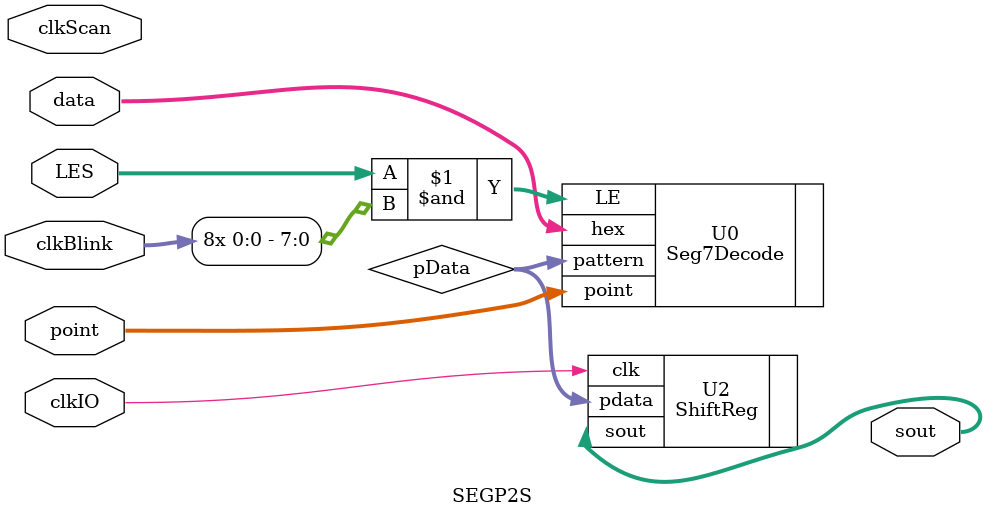
<source format=v>
`timescale 1ns / 1ps
module SEGP2S(
	input clkIO, input [1:0] clkScan, input clkBlink,
	input [31:0] data, input [7:0] point, input [7:0] LES,
	output [3:0] sout
);
	wire [63:0] pData;
	
	Seg7Decode U0(.hex(data),.point(point),.LE(LES & {8{clkBlink}}),.pattern(pData));
	ShiftReg #(.WIDTH(64)) U2(.clk(clkIO), .pdata(pData), .sout(sout));
endmodule

</source>
